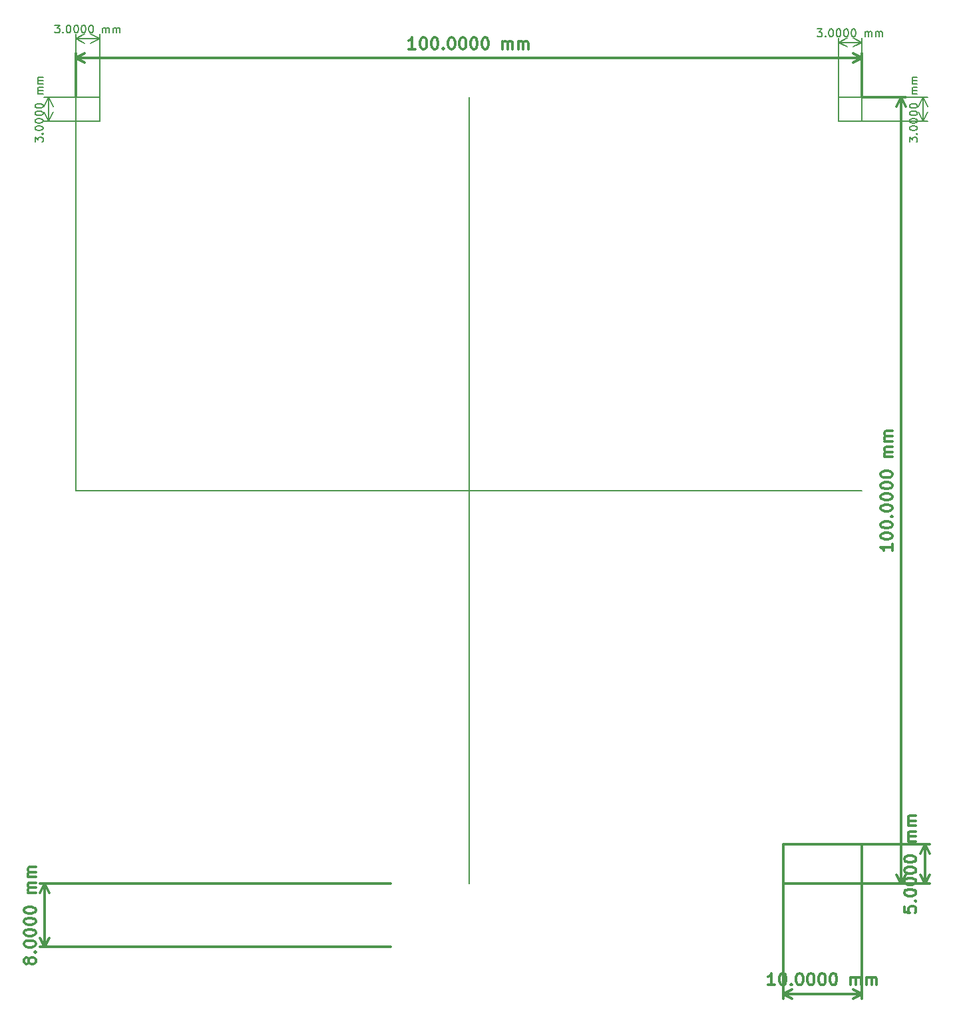
<source format=gbr>
%TF.GenerationSoftware,KiCad,Pcbnew,(6.0.4-0)*%
%TF.CreationDate,2022-09-18T19:18:22-04:00*%
%TF.ProjectId,Z80-6502IO,5a38302d-3635-4303-9249-4f2e6b696361,rev?*%
%TF.SameCoordinates,Original*%
%TF.FileFunction,OtherDrawing,Comment*%
%FSLAX46Y46*%
G04 Gerber Fmt 4.6, Leading zero omitted, Abs format (unit mm)*
G04 Created by KiCad (PCBNEW (6.0.4-0)) date 2022-09-18 19:18:22*
%MOMM*%
%LPD*%
G01*
G04 APERTURE LIST*
%ADD10C,0.150000*%
%ADD11C,0.300000*%
%ADD12C,0.200000*%
G04 APERTURE END LIST*
D10*
X42309523Y-36802380D02*
X42928571Y-36802380D01*
X42595238Y-37183333D01*
X42738095Y-37183333D01*
X42833333Y-37230952D01*
X42880952Y-37278571D01*
X42928571Y-37373809D01*
X42928571Y-37611904D01*
X42880952Y-37707142D01*
X42833333Y-37754761D01*
X42738095Y-37802380D01*
X42452380Y-37802380D01*
X42357142Y-37754761D01*
X42309523Y-37707142D01*
X43357142Y-37707142D02*
X43404761Y-37754761D01*
X43357142Y-37802380D01*
X43309523Y-37754761D01*
X43357142Y-37707142D01*
X43357142Y-37802380D01*
X44023809Y-36802380D02*
X44119047Y-36802380D01*
X44214285Y-36850000D01*
X44261904Y-36897619D01*
X44309523Y-36992857D01*
X44357142Y-37183333D01*
X44357142Y-37421428D01*
X44309523Y-37611904D01*
X44261904Y-37707142D01*
X44214285Y-37754761D01*
X44119047Y-37802380D01*
X44023809Y-37802380D01*
X43928571Y-37754761D01*
X43880952Y-37707142D01*
X43833333Y-37611904D01*
X43785714Y-37421428D01*
X43785714Y-37183333D01*
X43833333Y-36992857D01*
X43880952Y-36897619D01*
X43928571Y-36850000D01*
X44023809Y-36802380D01*
X44976190Y-36802380D02*
X45071428Y-36802380D01*
X45166666Y-36850000D01*
X45214285Y-36897619D01*
X45261904Y-36992857D01*
X45309523Y-37183333D01*
X45309523Y-37421428D01*
X45261904Y-37611904D01*
X45214285Y-37707142D01*
X45166666Y-37754761D01*
X45071428Y-37802380D01*
X44976190Y-37802380D01*
X44880952Y-37754761D01*
X44833333Y-37707142D01*
X44785714Y-37611904D01*
X44738095Y-37421428D01*
X44738095Y-37183333D01*
X44785714Y-36992857D01*
X44833333Y-36897619D01*
X44880952Y-36850000D01*
X44976190Y-36802380D01*
X45928571Y-36802380D02*
X46023809Y-36802380D01*
X46119047Y-36850000D01*
X46166666Y-36897619D01*
X46214285Y-36992857D01*
X46261904Y-37183333D01*
X46261904Y-37421428D01*
X46214285Y-37611904D01*
X46166666Y-37707142D01*
X46119047Y-37754761D01*
X46023809Y-37802380D01*
X45928571Y-37802380D01*
X45833333Y-37754761D01*
X45785714Y-37707142D01*
X45738095Y-37611904D01*
X45690476Y-37421428D01*
X45690476Y-37183333D01*
X45738095Y-36992857D01*
X45785714Y-36897619D01*
X45833333Y-36850000D01*
X45928571Y-36802380D01*
X46880952Y-36802380D02*
X46976190Y-36802380D01*
X47071428Y-36850000D01*
X47119047Y-36897619D01*
X47166666Y-36992857D01*
X47214285Y-37183333D01*
X47214285Y-37421428D01*
X47166666Y-37611904D01*
X47119047Y-37707142D01*
X47071428Y-37754761D01*
X46976190Y-37802380D01*
X46880952Y-37802380D01*
X46785714Y-37754761D01*
X46738095Y-37707142D01*
X46690476Y-37611904D01*
X46642857Y-37421428D01*
X46642857Y-37183333D01*
X46690476Y-36992857D01*
X46738095Y-36897619D01*
X46785714Y-36850000D01*
X46880952Y-36802380D01*
X48404761Y-37802380D02*
X48404761Y-37135714D01*
X48404761Y-37230952D02*
X48452380Y-37183333D01*
X48547619Y-37135714D01*
X48690476Y-37135714D01*
X48785714Y-37183333D01*
X48833333Y-37278571D01*
X48833333Y-37802380D01*
X48833333Y-37278571D02*
X48880952Y-37183333D01*
X48976190Y-37135714D01*
X49119047Y-37135714D01*
X49214285Y-37183333D01*
X49261904Y-37278571D01*
X49261904Y-37802380D01*
X49738095Y-37802380D02*
X49738095Y-37135714D01*
X49738095Y-37230952D02*
X49785714Y-37183333D01*
X49880952Y-37135714D01*
X50023809Y-37135714D01*
X50119047Y-37183333D01*
X50166666Y-37278571D01*
X50166666Y-37802380D01*
X50166666Y-37278571D02*
X50214285Y-37183333D01*
X50309523Y-37135714D01*
X50452380Y-37135714D01*
X50547619Y-37183333D01*
X50595238Y-37278571D01*
X50595238Y-37802380D01*
X45000000Y-49000000D02*
X45000000Y-37913580D01*
X48000000Y-49000000D02*
X48000000Y-37913580D01*
X45000000Y-38500000D02*
X48000000Y-38500000D01*
X45000000Y-38500000D02*
X48000000Y-38500000D01*
X45000000Y-38500000D02*
X46126504Y-39086421D01*
X45000000Y-38500000D02*
X46126504Y-37913579D01*
X48000000Y-38500000D02*
X46873496Y-37913579D01*
X48000000Y-38500000D02*
X46873496Y-39086421D01*
X39802380Y-51690476D02*
X39802380Y-51071428D01*
X40183333Y-51404761D01*
X40183333Y-51261904D01*
X40230952Y-51166666D01*
X40278571Y-51119047D01*
X40373809Y-51071428D01*
X40611904Y-51071428D01*
X40707142Y-51119047D01*
X40754761Y-51166666D01*
X40802380Y-51261904D01*
X40802380Y-51547619D01*
X40754761Y-51642857D01*
X40707142Y-51690476D01*
X40707142Y-50642857D02*
X40754761Y-50595238D01*
X40802380Y-50642857D01*
X40754761Y-50690476D01*
X40707142Y-50642857D01*
X40802380Y-50642857D01*
X39802380Y-49976190D02*
X39802380Y-49880952D01*
X39850000Y-49785714D01*
X39897619Y-49738095D01*
X39992857Y-49690476D01*
X40183333Y-49642857D01*
X40421428Y-49642857D01*
X40611904Y-49690476D01*
X40707142Y-49738095D01*
X40754761Y-49785714D01*
X40802380Y-49880952D01*
X40802380Y-49976190D01*
X40754761Y-50071428D01*
X40707142Y-50119047D01*
X40611904Y-50166666D01*
X40421428Y-50214285D01*
X40183333Y-50214285D01*
X39992857Y-50166666D01*
X39897619Y-50119047D01*
X39850000Y-50071428D01*
X39802380Y-49976190D01*
X39802380Y-49023809D02*
X39802380Y-48928571D01*
X39850000Y-48833333D01*
X39897619Y-48785714D01*
X39992857Y-48738095D01*
X40183333Y-48690476D01*
X40421428Y-48690476D01*
X40611904Y-48738095D01*
X40707142Y-48785714D01*
X40754761Y-48833333D01*
X40802380Y-48928571D01*
X40802380Y-49023809D01*
X40754761Y-49119047D01*
X40707142Y-49166666D01*
X40611904Y-49214285D01*
X40421428Y-49261904D01*
X40183333Y-49261904D01*
X39992857Y-49214285D01*
X39897619Y-49166666D01*
X39850000Y-49119047D01*
X39802380Y-49023809D01*
X39802380Y-48071428D02*
X39802380Y-47976190D01*
X39850000Y-47880952D01*
X39897619Y-47833333D01*
X39992857Y-47785714D01*
X40183333Y-47738095D01*
X40421428Y-47738095D01*
X40611904Y-47785714D01*
X40707142Y-47833333D01*
X40754761Y-47880952D01*
X40802380Y-47976190D01*
X40802380Y-48071428D01*
X40754761Y-48166666D01*
X40707142Y-48214285D01*
X40611904Y-48261904D01*
X40421428Y-48309523D01*
X40183333Y-48309523D01*
X39992857Y-48261904D01*
X39897619Y-48214285D01*
X39850000Y-48166666D01*
X39802380Y-48071428D01*
X39802380Y-47119047D02*
X39802380Y-47023809D01*
X39850000Y-46928571D01*
X39897619Y-46880952D01*
X39992857Y-46833333D01*
X40183333Y-46785714D01*
X40421428Y-46785714D01*
X40611904Y-46833333D01*
X40707142Y-46880952D01*
X40754761Y-46928571D01*
X40802380Y-47023809D01*
X40802380Y-47119047D01*
X40754761Y-47214285D01*
X40707142Y-47261904D01*
X40611904Y-47309523D01*
X40421428Y-47357142D01*
X40183333Y-47357142D01*
X39992857Y-47309523D01*
X39897619Y-47261904D01*
X39850000Y-47214285D01*
X39802380Y-47119047D01*
X40802380Y-45595238D02*
X40135714Y-45595238D01*
X40230952Y-45595238D02*
X40183333Y-45547619D01*
X40135714Y-45452380D01*
X40135714Y-45309523D01*
X40183333Y-45214285D01*
X40278571Y-45166666D01*
X40802380Y-45166666D01*
X40278571Y-45166666D02*
X40183333Y-45119047D01*
X40135714Y-45023809D01*
X40135714Y-44880952D01*
X40183333Y-44785714D01*
X40278571Y-44738095D01*
X40802380Y-44738095D01*
X40802380Y-44261904D02*
X40135714Y-44261904D01*
X40230952Y-44261904D02*
X40183333Y-44214285D01*
X40135714Y-44119047D01*
X40135714Y-43976190D01*
X40183333Y-43880952D01*
X40278571Y-43833333D01*
X40802380Y-43833333D01*
X40278571Y-43833333D02*
X40183333Y-43785714D01*
X40135714Y-43690476D01*
X40135714Y-43547619D01*
X40183333Y-43452380D01*
X40278571Y-43404761D01*
X40802380Y-43404761D01*
X48000000Y-46000000D02*
X40913580Y-46000000D01*
X48000000Y-49000000D02*
X40913580Y-49000000D01*
X41500000Y-46000000D02*
X41500000Y-49000000D01*
X41500000Y-46000000D02*
X41500000Y-49000000D01*
X41500000Y-46000000D02*
X40913579Y-47126504D01*
X41500000Y-46000000D02*
X42086421Y-47126504D01*
X41500000Y-49000000D02*
X42086421Y-47873496D01*
X41500000Y-49000000D02*
X40913579Y-47873496D01*
X151052380Y-51690476D02*
X151052380Y-51071428D01*
X151433333Y-51404761D01*
X151433333Y-51261904D01*
X151480952Y-51166666D01*
X151528571Y-51119047D01*
X151623809Y-51071428D01*
X151861904Y-51071428D01*
X151957142Y-51119047D01*
X152004761Y-51166666D01*
X152052380Y-51261904D01*
X152052380Y-51547619D01*
X152004761Y-51642857D01*
X151957142Y-51690476D01*
X151957142Y-50642857D02*
X152004761Y-50595238D01*
X152052380Y-50642857D01*
X152004761Y-50690476D01*
X151957142Y-50642857D01*
X152052380Y-50642857D01*
X151052380Y-49976190D02*
X151052380Y-49880952D01*
X151100000Y-49785714D01*
X151147619Y-49738095D01*
X151242857Y-49690476D01*
X151433333Y-49642857D01*
X151671428Y-49642857D01*
X151861904Y-49690476D01*
X151957142Y-49738095D01*
X152004761Y-49785714D01*
X152052380Y-49880952D01*
X152052380Y-49976190D01*
X152004761Y-50071428D01*
X151957142Y-50119047D01*
X151861904Y-50166666D01*
X151671428Y-50214285D01*
X151433333Y-50214285D01*
X151242857Y-50166666D01*
X151147619Y-50119047D01*
X151100000Y-50071428D01*
X151052380Y-49976190D01*
X151052380Y-49023809D02*
X151052380Y-48928571D01*
X151100000Y-48833333D01*
X151147619Y-48785714D01*
X151242857Y-48738095D01*
X151433333Y-48690476D01*
X151671428Y-48690476D01*
X151861904Y-48738095D01*
X151957142Y-48785714D01*
X152004761Y-48833333D01*
X152052380Y-48928571D01*
X152052380Y-49023809D01*
X152004761Y-49119047D01*
X151957142Y-49166666D01*
X151861904Y-49214285D01*
X151671428Y-49261904D01*
X151433333Y-49261904D01*
X151242857Y-49214285D01*
X151147619Y-49166666D01*
X151100000Y-49119047D01*
X151052380Y-49023809D01*
X151052380Y-48071428D02*
X151052380Y-47976190D01*
X151100000Y-47880952D01*
X151147619Y-47833333D01*
X151242857Y-47785714D01*
X151433333Y-47738095D01*
X151671428Y-47738095D01*
X151861904Y-47785714D01*
X151957142Y-47833333D01*
X152004761Y-47880952D01*
X152052380Y-47976190D01*
X152052380Y-48071428D01*
X152004761Y-48166666D01*
X151957142Y-48214285D01*
X151861904Y-48261904D01*
X151671428Y-48309523D01*
X151433333Y-48309523D01*
X151242857Y-48261904D01*
X151147619Y-48214285D01*
X151100000Y-48166666D01*
X151052380Y-48071428D01*
X151052380Y-47119047D02*
X151052380Y-47023809D01*
X151100000Y-46928571D01*
X151147619Y-46880952D01*
X151242857Y-46833333D01*
X151433333Y-46785714D01*
X151671428Y-46785714D01*
X151861904Y-46833333D01*
X151957142Y-46880952D01*
X152004761Y-46928571D01*
X152052380Y-47023809D01*
X152052380Y-47119047D01*
X152004761Y-47214285D01*
X151957142Y-47261904D01*
X151861904Y-47309523D01*
X151671428Y-47357142D01*
X151433333Y-47357142D01*
X151242857Y-47309523D01*
X151147619Y-47261904D01*
X151100000Y-47214285D01*
X151052380Y-47119047D01*
X152052380Y-45595238D02*
X151385714Y-45595238D01*
X151480952Y-45595238D02*
X151433333Y-45547619D01*
X151385714Y-45452380D01*
X151385714Y-45309523D01*
X151433333Y-45214285D01*
X151528571Y-45166666D01*
X152052380Y-45166666D01*
X151528571Y-45166666D02*
X151433333Y-45119047D01*
X151385714Y-45023809D01*
X151385714Y-44880952D01*
X151433333Y-44785714D01*
X151528571Y-44738095D01*
X152052380Y-44738095D01*
X152052380Y-44261904D02*
X151385714Y-44261904D01*
X151480952Y-44261904D02*
X151433333Y-44214285D01*
X151385714Y-44119047D01*
X151385714Y-43976190D01*
X151433333Y-43880952D01*
X151528571Y-43833333D01*
X152052380Y-43833333D01*
X151528571Y-43833333D02*
X151433333Y-43785714D01*
X151385714Y-43690476D01*
X151385714Y-43547619D01*
X151433333Y-43452380D01*
X151528571Y-43404761D01*
X152052380Y-43404761D01*
X142000000Y-46000000D02*
X153336420Y-46000000D01*
X142000000Y-49000000D02*
X153336420Y-49000000D01*
X152750000Y-46000000D02*
X152750000Y-49000000D01*
X152750000Y-46000000D02*
X152750000Y-49000000D01*
X152750000Y-46000000D02*
X152163579Y-47126504D01*
X152750000Y-46000000D02*
X153336421Y-47126504D01*
X152750000Y-49000000D02*
X153336421Y-47873496D01*
X152750000Y-49000000D02*
X152163579Y-47873496D01*
X139309523Y-37302380D02*
X139928571Y-37302380D01*
X139595238Y-37683333D01*
X139738095Y-37683333D01*
X139833333Y-37730952D01*
X139880952Y-37778571D01*
X139928571Y-37873809D01*
X139928571Y-38111904D01*
X139880952Y-38207142D01*
X139833333Y-38254761D01*
X139738095Y-38302380D01*
X139452380Y-38302380D01*
X139357142Y-38254761D01*
X139309523Y-38207142D01*
X140357142Y-38207142D02*
X140404761Y-38254761D01*
X140357142Y-38302380D01*
X140309523Y-38254761D01*
X140357142Y-38207142D01*
X140357142Y-38302380D01*
X141023809Y-37302380D02*
X141119047Y-37302380D01*
X141214285Y-37350000D01*
X141261904Y-37397619D01*
X141309523Y-37492857D01*
X141357142Y-37683333D01*
X141357142Y-37921428D01*
X141309523Y-38111904D01*
X141261904Y-38207142D01*
X141214285Y-38254761D01*
X141119047Y-38302380D01*
X141023809Y-38302380D01*
X140928571Y-38254761D01*
X140880952Y-38207142D01*
X140833333Y-38111904D01*
X140785714Y-37921428D01*
X140785714Y-37683333D01*
X140833333Y-37492857D01*
X140880952Y-37397619D01*
X140928571Y-37350000D01*
X141023809Y-37302380D01*
X141976190Y-37302380D02*
X142071428Y-37302380D01*
X142166666Y-37350000D01*
X142214285Y-37397619D01*
X142261904Y-37492857D01*
X142309523Y-37683333D01*
X142309523Y-37921428D01*
X142261904Y-38111904D01*
X142214285Y-38207142D01*
X142166666Y-38254761D01*
X142071428Y-38302380D01*
X141976190Y-38302380D01*
X141880952Y-38254761D01*
X141833333Y-38207142D01*
X141785714Y-38111904D01*
X141738095Y-37921428D01*
X141738095Y-37683333D01*
X141785714Y-37492857D01*
X141833333Y-37397619D01*
X141880952Y-37350000D01*
X141976190Y-37302380D01*
X142928571Y-37302380D02*
X143023809Y-37302380D01*
X143119047Y-37350000D01*
X143166666Y-37397619D01*
X143214285Y-37492857D01*
X143261904Y-37683333D01*
X143261904Y-37921428D01*
X143214285Y-38111904D01*
X143166666Y-38207142D01*
X143119047Y-38254761D01*
X143023809Y-38302380D01*
X142928571Y-38302380D01*
X142833333Y-38254761D01*
X142785714Y-38207142D01*
X142738095Y-38111904D01*
X142690476Y-37921428D01*
X142690476Y-37683333D01*
X142738095Y-37492857D01*
X142785714Y-37397619D01*
X142833333Y-37350000D01*
X142928571Y-37302380D01*
X143880952Y-37302380D02*
X143976190Y-37302380D01*
X144071428Y-37350000D01*
X144119047Y-37397619D01*
X144166666Y-37492857D01*
X144214285Y-37683333D01*
X144214285Y-37921428D01*
X144166666Y-38111904D01*
X144119047Y-38207142D01*
X144071428Y-38254761D01*
X143976190Y-38302380D01*
X143880952Y-38302380D01*
X143785714Y-38254761D01*
X143738095Y-38207142D01*
X143690476Y-38111904D01*
X143642857Y-37921428D01*
X143642857Y-37683333D01*
X143690476Y-37492857D01*
X143738095Y-37397619D01*
X143785714Y-37350000D01*
X143880952Y-37302380D01*
X145404761Y-38302380D02*
X145404761Y-37635714D01*
X145404761Y-37730952D02*
X145452380Y-37683333D01*
X145547619Y-37635714D01*
X145690476Y-37635714D01*
X145785714Y-37683333D01*
X145833333Y-37778571D01*
X145833333Y-38302380D01*
X145833333Y-37778571D02*
X145880952Y-37683333D01*
X145976190Y-37635714D01*
X146119047Y-37635714D01*
X146214285Y-37683333D01*
X146261904Y-37778571D01*
X146261904Y-38302380D01*
X146738095Y-38302380D02*
X146738095Y-37635714D01*
X146738095Y-37730952D02*
X146785714Y-37683333D01*
X146880952Y-37635714D01*
X147023809Y-37635714D01*
X147119047Y-37683333D01*
X147166666Y-37778571D01*
X147166666Y-38302380D01*
X147166666Y-37778571D02*
X147214285Y-37683333D01*
X147309523Y-37635714D01*
X147452380Y-37635714D01*
X147547619Y-37683333D01*
X147595238Y-37778571D01*
X147595238Y-38302380D01*
X145000000Y-49000000D02*
X145000000Y-38413580D01*
X142000000Y-49000000D02*
X142000000Y-38413580D01*
X145000000Y-39000000D02*
X142000000Y-39000000D01*
X145000000Y-39000000D02*
X142000000Y-39000000D01*
X145000000Y-39000000D02*
X143873496Y-38413579D01*
X145000000Y-39000000D02*
X143873496Y-39586421D01*
X142000000Y-39000000D02*
X143126504Y-39586421D01*
X142000000Y-39000000D02*
X143126504Y-38413579D01*
D11*
X39021429Y-155928571D02*
X38950001Y-156071428D01*
X38878572Y-156142857D01*
X38735715Y-156214285D01*
X38664286Y-156214285D01*
X38521429Y-156142857D01*
X38450001Y-156071428D01*
X38378572Y-155928571D01*
X38378572Y-155642857D01*
X38450001Y-155500000D01*
X38521429Y-155428571D01*
X38664286Y-155357142D01*
X38735715Y-155357142D01*
X38878572Y-155428571D01*
X38950001Y-155500000D01*
X39021429Y-155642857D01*
X39021429Y-155928571D01*
X39092858Y-156071428D01*
X39164286Y-156142857D01*
X39307143Y-156214285D01*
X39592858Y-156214285D01*
X39735715Y-156142857D01*
X39807143Y-156071428D01*
X39878572Y-155928571D01*
X39878572Y-155642857D01*
X39807143Y-155500000D01*
X39735715Y-155428571D01*
X39592858Y-155357142D01*
X39307143Y-155357142D01*
X39164286Y-155428571D01*
X39092858Y-155500000D01*
X39021429Y-155642857D01*
X39735715Y-154714285D02*
X39807143Y-154642857D01*
X39878572Y-154714285D01*
X39807143Y-154785714D01*
X39735715Y-154714285D01*
X39878572Y-154714285D01*
X38378572Y-153714285D02*
X38378572Y-153571428D01*
X38450001Y-153428571D01*
X38521429Y-153357142D01*
X38664286Y-153285714D01*
X38950001Y-153214285D01*
X39307143Y-153214285D01*
X39592858Y-153285714D01*
X39735715Y-153357142D01*
X39807143Y-153428571D01*
X39878572Y-153571428D01*
X39878572Y-153714285D01*
X39807143Y-153857142D01*
X39735715Y-153928571D01*
X39592858Y-154000000D01*
X39307143Y-154071428D01*
X38950001Y-154071428D01*
X38664286Y-154000000D01*
X38521429Y-153928571D01*
X38450001Y-153857142D01*
X38378572Y-153714285D01*
X38378572Y-152285714D02*
X38378572Y-152142857D01*
X38450001Y-152000000D01*
X38521429Y-151928571D01*
X38664286Y-151857142D01*
X38950001Y-151785714D01*
X39307143Y-151785714D01*
X39592858Y-151857142D01*
X39735715Y-151928571D01*
X39807143Y-152000000D01*
X39878572Y-152142857D01*
X39878572Y-152285714D01*
X39807143Y-152428571D01*
X39735715Y-152500000D01*
X39592858Y-152571428D01*
X39307143Y-152642857D01*
X38950001Y-152642857D01*
X38664286Y-152571428D01*
X38521429Y-152500000D01*
X38450001Y-152428571D01*
X38378572Y-152285714D01*
X38378572Y-150857142D02*
X38378572Y-150714285D01*
X38450001Y-150571428D01*
X38521429Y-150500000D01*
X38664286Y-150428571D01*
X38950001Y-150357142D01*
X39307143Y-150357142D01*
X39592858Y-150428571D01*
X39735715Y-150500000D01*
X39807143Y-150571428D01*
X39878572Y-150714285D01*
X39878572Y-150857142D01*
X39807143Y-151000000D01*
X39735715Y-151071428D01*
X39592858Y-151142857D01*
X39307143Y-151214285D01*
X38950001Y-151214285D01*
X38664286Y-151142857D01*
X38521429Y-151071428D01*
X38450001Y-151000000D01*
X38378572Y-150857142D01*
X38378572Y-149428571D02*
X38378572Y-149285714D01*
X38450001Y-149142857D01*
X38521429Y-149071428D01*
X38664286Y-149000000D01*
X38950001Y-148928571D01*
X39307143Y-148928571D01*
X39592858Y-149000000D01*
X39735715Y-149071428D01*
X39807143Y-149142857D01*
X39878572Y-149285714D01*
X39878572Y-149428571D01*
X39807143Y-149571428D01*
X39735715Y-149642857D01*
X39592858Y-149714285D01*
X39307143Y-149785714D01*
X38950001Y-149785714D01*
X38664286Y-149714285D01*
X38521429Y-149642857D01*
X38450001Y-149571428D01*
X38378572Y-149428571D01*
X39878572Y-147142857D02*
X38878572Y-147142857D01*
X39021429Y-147142857D02*
X38950001Y-147071428D01*
X38878572Y-146928571D01*
X38878572Y-146714285D01*
X38950001Y-146571428D01*
X39092858Y-146500000D01*
X39878572Y-146500000D01*
X39092858Y-146500000D02*
X38950001Y-146428571D01*
X38878572Y-146285714D01*
X38878572Y-146071428D01*
X38950001Y-145928571D01*
X39092858Y-145857142D01*
X39878572Y-145857142D01*
X39878572Y-145142857D02*
X38878572Y-145142857D01*
X39021429Y-145142857D02*
X38950001Y-145071428D01*
X38878572Y-144928571D01*
X38878572Y-144714285D01*
X38950001Y-144571428D01*
X39092858Y-144500000D01*
X39878572Y-144500000D01*
X39092858Y-144500000D02*
X38950001Y-144428571D01*
X38878572Y-144285714D01*
X38878572Y-144071428D01*
X38950001Y-143928571D01*
X39092858Y-143857142D01*
X39878572Y-143857142D01*
X85000000Y-154000000D02*
X40413581Y-154000000D01*
X85000000Y-146000000D02*
X40413581Y-146000000D01*
X41000001Y-154000000D02*
X41000001Y-146000000D01*
X41000001Y-154000000D02*
X41000001Y-146000000D01*
X41000001Y-154000000D02*
X41586422Y-152873496D01*
X41000001Y-154000000D02*
X40413580Y-152873496D01*
X41000001Y-146000000D02*
X40413580Y-147126504D01*
X41000001Y-146000000D02*
X41586422Y-147126504D01*
D12*
X45000000Y-96000000D02*
X45000000Y-46000000D01*
X95000000Y-46000000D02*
X95000000Y-146000000D01*
X145000000Y-96000000D02*
X45000000Y-96000000D01*
D11*
X133928571Y-158878570D02*
X133071428Y-158878570D01*
X133500000Y-158878570D02*
X133500000Y-157378570D01*
X133357142Y-157592856D01*
X133214285Y-157735713D01*
X133071428Y-157807141D01*
X134857142Y-157378570D02*
X135000000Y-157378570D01*
X135142857Y-157449999D01*
X135214285Y-157521427D01*
X135285714Y-157664284D01*
X135357142Y-157949999D01*
X135357142Y-158307141D01*
X135285714Y-158592856D01*
X135214285Y-158735713D01*
X135142857Y-158807141D01*
X135000000Y-158878570D01*
X134857142Y-158878570D01*
X134714285Y-158807141D01*
X134642857Y-158735713D01*
X134571428Y-158592856D01*
X134500000Y-158307141D01*
X134500000Y-157949999D01*
X134571428Y-157664284D01*
X134642857Y-157521427D01*
X134714285Y-157449999D01*
X134857142Y-157378570D01*
X136000000Y-158735713D02*
X136071428Y-158807141D01*
X136000000Y-158878570D01*
X135928571Y-158807141D01*
X136000000Y-158735713D01*
X136000000Y-158878570D01*
X137000000Y-157378570D02*
X137142857Y-157378570D01*
X137285714Y-157449999D01*
X137357142Y-157521427D01*
X137428571Y-157664284D01*
X137500000Y-157949999D01*
X137500000Y-158307141D01*
X137428571Y-158592856D01*
X137357142Y-158735713D01*
X137285714Y-158807141D01*
X137142857Y-158878570D01*
X137000000Y-158878570D01*
X136857142Y-158807141D01*
X136785714Y-158735713D01*
X136714285Y-158592856D01*
X136642857Y-158307141D01*
X136642857Y-157949999D01*
X136714285Y-157664284D01*
X136785714Y-157521427D01*
X136857142Y-157449999D01*
X137000000Y-157378570D01*
X138428571Y-157378570D02*
X138571428Y-157378570D01*
X138714285Y-157449999D01*
X138785714Y-157521427D01*
X138857142Y-157664284D01*
X138928571Y-157949999D01*
X138928571Y-158307141D01*
X138857142Y-158592856D01*
X138785714Y-158735713D01*
X138714285Y-158807141D01*
X138571428Y-158878570D01*
X138428571Y-158878570D01*
X138285714Y-158807141D01*
X138214285Y-158735713D01*
X138142857Y-158592856D01*
X138071428Y-158307141D01*
X138071428Y-157949999D01*
X138142857Y-157664284D01*
X138214285Y-157521427D01*
X138285714Y-157449999D01*
X138428571Y-157378570D01*
X139857142Y-157378570D02*
X140000000Y-157378570D01*
X140142857Y-157449999D01*
X140214285Y-157521427D01*
X140285714Y-157664284D01*
X140357142Y-157949999D01*
X140357142Y-158307141D01*
X140285714Y-158592856D01*
X140214285Y-158735713D01*
X140142857Y-158807141D01*
X140000000Y-158878570D01*
X139857142Y-158878570D01*
X139714285Y-158807141D01*
X139642857Y-158735713D01*
X139571428Y-158592856D01*
X139500000Y-158307141D01*
X139500000Y-157949999D01*
X139571428Y-157664284D01*
X139642857Y-157521427D01*
X139714285Y-157449999D01*
X139857142Y-157378570D01*
X141285714Y-157378570D02*
X141428571Y-157378570D01*
X141571428Y-157449999D01*
X141642857Y-157521427D01*
X141714285Y-157664284D01*
X141785714Y-157949999D01*
X141785714Y-158307141D01*
X141714285Y-158592856D01*
X141642857Y-158735713D01*
X141571428Y-158807141D01*
X141428571Y-158878570D01*
X141285714Y-158878570D01*
X141142857Y-158807141D01*
X141071428Y-158735713D01*
X141000000Y-158592856D01*
X140928571Y-158307141D01*
X140928571Y-157949999D01*
X141000000Y-157664284D01*
X141071428Y-157521427D01*
X141142857Y-157449999D01*
X141285714Y-157378570D01*
X143571428Y-158878570D02*
X143571428Y-157878570D01*
X143571428Y-158021427D02*
X143642857Y-157949999D01*
X143785714Y-157878570D01*
X144000000Y-157878570D01*
X144142857Y-157949999D01*
X144214285Y-158092856D01*
X144214285Y-158878570D01*
X144214285Y-158092856D02*
X144285714Y-157949999D01*
X144428571Y-157878570D01*
X144642857Y-157878570D01*
X144785714Y-157949999D01*
X144857142Y-158092856D01*
X144857142Y-158878570D01*
X145571428Y-158878570D02*
X145571428Y-157878570D01*
X145571428Y-158021427D02*
X145642857Y-157949999D01*
X145785714Y-157878570D01*
X146000000Y-157878570D01*
X146142857Y-157949999D01*
X146214285Y-158092856D01*
X146214285Y-158878570D01*
X146214285Y-158092856D02*
X146285714Y-157949999D01*
X146428571Y-157878570D01*
X146642857Y-157878570D01*
X146785714Y-157949999D01*
X146857142Y-158092856D01*
X146857142Y-158878570D01*
X145000000Y-141000000D02*
X145000000Y-160586419D01*
X135000000Y-141000000D02*
X135000000Y-160586419D01*
X145000000Y-159999999D02*
X135000000Y-159999999D01*
X145000000Y-159999999D02*
X135000000Y-159999999D01*
X145000000Y-159999999D02*
X143873496Y-159413578D01*
X145000000Y-159999999D02*
X143873496Y-160586420D01*
X135000000Y-159999999D02*
X136126504Y-160586420D01*
X135000000Y-159999999D02*
X136126504Y-159413578D01*
X148878571Y-102785714D02*
X148878571Y-103642857D01*
X148878571Y-103214285D02*
X147378571Y-103214285D01*
X147592857Y-103357142D01*
X147735714Y-103500000D01*
X147807142Y-103642857D01*
X147378571Y-101857142D02*
X147378571Y-101714285D01*
X147450000Y-101571428D01*
X147521428Y-101500000D01*
X147664285Y-101428571D01*
X147950000Y-101357142D01*
X148307142Y-101357142D01*
X148592857Y-101428571D01*
X148735714Y-101500000D01*
X148807142Y-101571428D01*
X148878571Y-101714285D01*
X148878571Y-101857142D01*
X148807142Y-102000000D01*
X148735714Y-102071428D01*
X148592857Y-102142857D01*
X148307142Y-102214285D01*
X147950000Y-102214285D01*
X147664285Y-102142857D01*
X147521428Y-102071428D01*
X147450000Y-102000000D01*
X147378571Y-101857142D01*
X147378571Y-100428571D02*
X147378571Y-100285714D01*
X147450000Y-100142857D01*
X147521428Y-100071428D01*
X147664285Y-100000000D01*
X147950000Y-99928571D01*
X148307142Y-99928571D01*
X148592857Y-100000000D01*
X148735714Y-100071428D01*
X148807142Y-100142857D01*
X148878571Y-100285714D01*
X148878571Y-100428571D01*
X148807142Y-100571428D01*
X148735714Y-100642857D01*
X148592857Y-100714285D01*
X148307142Y-100785714D01*
X147950000Y-100785714D01*
X147664285Y-100714285D01*
X147521428Y-100642857D01*
X147450000Y-100571428D01*
X147378571Y-100428571D01*
X148735714Y-99285714D02*
X148807142Y-99214285D01*
X148878571Y-99285714D01*
X148807142Y-99357142D01*
X148735714Y-99285714D01*
X148878571Y-99285714D01*
X147378571Y-98285714D02*
X147378571Y-98142857D01*
X147450000Y-98000000D01*
X147521428Y-97928571D01*
X147664285Y-97857142D01*
X147950000Y-97785714D01*
X148307142Y-97785714D01*
X148592857Y-97857142D01*
X148735714Y-97928571D01*
X148807142Y-98000000D01*
X148878571Y-98142857D01*
X148878571Y-98285714D01*
X148807142Y-98428571D01*
X148735714Y-98500000D01*
X148592857Y-98571428D01*
X148307142Y-98642857D01*
X147950000Y-98642857D01*
X147664285Y-98571428D01*
X147521428Y-98500000D01*
X147450000Y-98428571D01*
X147378571Y-98285714D01*
X147378571Y-96857142D02*
X147378571Y-96714285D01*
X147450000Y-96571428D01*
X147521428Y-96500000D01*
X147664285Y-96428571D01*
X147950000Y-96357142D01*
X148307142Y-96357142D01*
X148592857Y-96428571D01*
X148735714Y-96500000D01*
X148807142Y-96571428D01*
X148878571Y-96714285D01*
X148878571Y-96857142D01*
X148807142Y-97000000D01*
X148735714Y-97071428D01*
X148592857Y-97142857D01*
X148307142Y-97214285D01*
X147950000Y-97214285D01*
X147664285Y-97142857D01*
X147521428Y-97071428D01*
X147450000Y-97000000D01*
X147378571Y-96857142D01*
X147378571Y-95428571D02*
X147378571Y-95285714D01*
X147450000Y-95142857D01*
X147521428Y-95071428D01*
X147664285Y-95000000D01*
X147950000Y-94928571D01*
X148307142Y-94928571D01*
X148592857Y-95000000D01*
X148735714Y-95071428D01*
X148807142Y-95142857D01*
X148878571Y-95285714D01*
X148878571Y-95428571D01*
X148807142Y-95571428D01*
X148735714Y-95642857D01*
X148592857Y-95714285D01*
X148307142Y-95785714D01*
X147950000Y-95785714D01*
X147664285Y-95714285D01*
X147521428Y-95642857D01*
X147450000Y-95571428D01*
X147378571Y-95428571D01*
X147378571Y-94000000D02*
X147378571Y-93857142D01*
X147450000Y-93714285D01*
X147521428Y-93642857D01*
X147664285Y-93571428D01*
X147950000Y-93500000D01*
X148307142Y-93500000D01*
X148592857Y-93571428D01*
X148735714Y-93642857D01*
X148807142Y-93714285D01*
X148878571Y-93857142D01*
X148878571Y-94000000D01*
X148807142Y-94142857D01*
X148735714Y-94214285D01*
X148592857Y-94285714D01*
X148307142Y-94357142D01*
X147950000Y-94357142D01*
X147664285Y-94285714D01*
X147521428Y-94214285D01*
X147450000Y-94142857D01*
X147378571Y-94000000D01*
X148878571Y-91714285D02*
X147878571Y-91714285D01*
X148021428Y-91714285D02*
X147950000Y-91642857D01*
X147878571Y-91500000D01*
X147878571Y-91285714D01*
X147950000Y-91142857D01*
X148092857Y-91071428D01*
X148878571Y-91071428D01*
X148092857Y-91071428D02*
X147950000Y-91000000D01*
X147878571Y-90857142D01*
X147878571Y-90642857D01*
X147950000Y-90500000D01*
X148092857Y-90428571D01*
X148878571Y-90428571D01*
X148878571Y-89714285D02*
X147878571Y-89714285D01*
X148021428Y-89714285D02*
X147950000Y-89642857D01*
X147878571Y-89500000D01*
X147878571Y-89285714D01*
X147950000Y-89142857D01*
X148092857Y-89071428D01*
X148878571Y-89071428D01*
X148092857Y-89071428D02*
X147950000Y-89000000D01*
X147878571Y-88857142D01*
X147878571Y-88642857D01*
X147950000Y-88500000D01*
X148092857Y-88428571D01*
X148878571Y-88428571D01*
X145000000Y-146000000D02*
X150586420Y-146000000D01*
X145000000Y-46000000D02*
X150586420Y-46000000D01*
X150000000Y-146000000D02*
X150000000Y-46000000D01*
X150000000Y-146000000D02*
X150000000Y-46000000D01*
X150000000Y-146000000D02*
X150586421Y-144873496D01*
X150000000Y-146000000D02*
X149413579Y-144873496D01*
X150000000Y-46000000D02*
X149413579Y-47126504D01*
X150000000Y-46000000D02*
X150586421Y-47126504D01*
X88214285Y-39878571D02*
X87357142Y-39878571D01*
X87785714Y-39878571D02*
X87785714Y-38378571D01*
X87642857Y-38592857D01*
X87500000Y-38735714D01*
X87357142Y-38807142D01*
X89142857Y-38378571D02*
X89285714Y-38378571D01*
X89428571Y-38450000D01*
X89500000Y-38521428D01*
X89571428Y-38664285D01*
X89642857Y-38950000D01*
X89642857Y-39307142D01*
X89571428Y-39592857D01*
X89500000Y-39735714D01*
X89428571Y-39807142D01*
X89285714Y-39878571D01*
X89142857Y-39878571D01*
X89000000Y-39807142D01*
X88928571Y-39735714D01*
X88857142Y-39592857D01*
X88785714Y-39307142D01*
X88785714Y-38950000D01*
X88857142Y-38664285D01*
X88928571Y-38521428D01*
X89000000Y-38450000D01*
X89142857Y-38378571D01*
X90571428Y-38378571D02*
X90714285Y-38378571D01*
X90857142Y-38450000D01*
X90928571Y-38521428D01*
X91000000Y-38664285D01*
X91071428Y-38950000D01*
X91071428Y-39307142D01*
X91000000Y-39592857D01*
X90928571Y-39735714D01*
X90857142Y-39807142D01*
X90714285Y-39878571D01*
X90571428Y-39878571D01*
X90428571Y-39807142D01*
X90357142Y-39735714D01*
X90285714Y-39592857D01*
X90214285Y-39307142D01*
X90214285Y-38950000D01*
X90285714Y-38664285D01*
X90357142Y-38521428D01*
X90428571Y-38450000D01*
X90571428Y-38378571D01*
X91714285Y-39735714D02*
X91785714Y-39807142D01*
X91714285Y-39878571D01*
X91642857Y-39807142D01*
X91714285Y-39735714D01*
X91714285Y-39878571D01*
X92714285Y-38378571D02*
X92857142Y-38378571D01*
X93000000Y-38450000D01*
X93071428Y-38521428D01*
X93142857Y-38664285D01*
X93214285Y-38950000D01*
X93214285Y-39307142D01*
X93142857Y-39592857D01*
X93071428Y-39735714D01*
X93000000Y-39807142D01*
X92857142Y-39878571D01*
X92714285Y-39878571D01*
X92571428Y-39807142D01*
X92500000Y-39735714D01*
X92428571Y-39592857D01*
X92357142Y-39307142D01*
X92357142Y-38950000D01*
X92428571Y-38664285D01*
X92500000Y-38521428D01*
X92571428Y-38450000D01*
X92714285Y-38378571D01*
X94142857Y-38378571D02*
X94285714Y-38378571D01*
X94428571Y-38450000D01*
X94500000Y-38521428D01*
X94571428Y-38664285D01*
X94642857Y-38950000D01*
X94642857Y-39307142D01*
X94571428Y-39592857D01*
X94500000Y-39735714D01*
X94428571Y-39807142D01*
X94285714Y-39878571D01*
X94142857Y-39878571D01*
X94000000Y-39807142D01*
X93928571Y-39735714D01*
X93857142Y-39592857D01*
X93785714Y-39307142D01*
X93785714Y-38950000D01*
X93857142Y-38664285D01*
X93928571Y-38521428D01*
X94000000Y-38450000D01*
X94142857Y-38378571D01*
X95571428Y-38378571D02*
X95714285Y-38378571D01*
X95857142Y-38450000D01*
X95928571Y-38521428D01*
X96000000Y-38664285D01*
X96071428Y-38950000D01*
X96071428Y-39307142D01*
X96000000Y-39592857D01*
X95928571Y-39735714D01*
X95857142Y-39807142D01*
X95714285Y-39878571D01*
X95571428Y-39878571D01*
X95428571Y-39807142D01*
X95357142Y-39735714D01*
X95285714Y-39592857D01*
X95214285Y-39307142D01*
X95214285Y-38950000D01*
X95285714Y-38664285D01*
X95357142Y-38521428D01*
X95428571Y-38450000D01*
X95571428Y-38378571D01*
X97000000Y-38378571D02*
X97142857Y-38378571D01*
X97285714Y-38450000D01*
X97357142Y-38521428D01*
X97428571Y-38664285D01*
X97500000Y-38950000D01*
X97500000Y-39307142D01*
X97428571Y-39592857D01*
X97357142Y-39735714D01*
X97285714Y-39807142D01*
X97142857Y-39878571D01*
X97000000Y-39878571D01*
X96857142Y-39807142D01*
X96785714Y-39735714D01*
X96714285Y-39592857D01*
X96642857Y-39307142D01*
X96642857Y-38950000D01*
X96714285Y-38664285D01*
X96785714Y-38521428D01*
X96857142Y-38450000D01*
X97000000Y-38378571D01*
X99285714Y-39878571D02*
X99285714Y-38878571D01*
X99285714Y-39021428D02*
X99357142Y-38950000D01*
X99500000Y-38878571D01*
X99714285Y-38878571D01*
X99857142Y-38950000D01*
X99928571Y-39092857D01*
X99928571Y-39878571D01*
X99928571Y-39092857D02*
X100000000Y-38950000D01*
X100142857Y-38878571D01*
X100357142Y-38878571D01*
X100500000Y-38950000D01*
X100571428Y-39092857D01*
X100571428Y-39878571D01*
X101285714Y-39878571D02*
X101285714Y-38878571D01*
X101285714Y-39021428D02*
X101357142Y-38950000D01*
X101500000Y-38878571D01*
X101714285Y-38878571D01*
X101857142Y-38950000D01*
X101928571Y-39092857D01*
X101928571Y-39878571D01*
X101928571Y-39092857D02*
X102000000Y-38950000D01*
X102142857Y-38878571D01*
X102357142Y-38878571D01*
X102500000Y-38950000D01*
X102571428Y-39092857D01*
X102571428Y-39878571D01*
X45000000Y-46000000D02*
X45000000Y-40413580D01*
X145000000Y-46000000D02*
X145000000Y-40413580D01*
X45000000Y-41000000D02*
X145000000Y-41000000D01*
X45000000Y-41000000D02*
X145000000Y-41000000D01*
X45000000Y-41000000D02*
X46126504Y-41586421D01*
X45000000Y-41000000D02*
X46126504Y-40413579D01*
X145000000Y-41000000D02*
X143873496Y-40413579D01*
X145000000Y-41000000D02*
X143873496Y-41586421D01*
X150378570Y-148928571D02*
X150378570Y-149642857D01*
X151092856Y-149714285D01*
X151021427Y-149642857D01*
X150949999Y-149500000D01*
X150949999Y-149142857D01*
X151021427Y-149000000D01*
X151092856Y-148928571D01*
X151235713Y-148857142D01*
X151592856Y-148857142D01*
X151735713Y-148928571D01*
X151807141Y-149000000D01*
X151878570Y-149142857D01*
X151878570Y-149500000D01*
X151807141Y-149642857D01*
X151735713Y-149714285D01*
X151735713Y-148214285D02*
X151807141Y-148142857D01*
X151878570Y-148214285D01*
X151807141Y-148285714D01*
X151735713Y-148214285D01*
X151878570Y-148214285D01*
X150378570Y-147214285D02*
X150378570Y-147071428D01*
X150449999Y-146928571D01*
X150521427Y-146857142D01*
X150664284Y-146785714D01*
X150949999Y-146714285D01*
X151307141Y-146714285D01*
X151592856Y-146785714D01*
X151735713Y-146857142D01*
X151807141Y-146928571D01*
X151878570Y-147071428D01*
X151878570Y-147214285D01*
X151807141Y-147357142D01*
X151735713Y-147428571D01*
X151592856Y-147500000D01*
X151307141Y-147571428D01*
X150949999Y-147571428D01*
X150664284Y-147500000D01*
X150521427Y-147428571D01*
X150449999Y-147357142D01*
X150378570Y-147214285D01*
X150378570Y-145785714D02*
X150378570Y-145642857D01*
X150449999Y-145500000D01*
X150521427Y-145428571D01*
X150664284Y-145357142D01*
X150949999Y-145285714D01*
X151307141Y-145285714D01*
X151592856Y-145357142D01*
X151735713Y-145428571D01*
X151807141Y-145500000D01*
X151878570Y-145642857D01*
X151878570Y-145785714D01*
X151807141Y-145928571D01*
X151735713Y-146000000D01*
X151592856Y-146071428D01*
X151307141Y-146142857D01*
X150949999Y-146142857D01*
X150664284Y-146071428D01*
X150521427Y-146000000D01*
X150449999Y-145928571D01*
X150378570Y-145785714D01*
X150378570Y-144357142D02*
X150378570Y-144214285D01*
X150449999Y-144071428D01*
X150521427Y-144000000D01*
X150664284Y-143928571D01*
X150949999Y-143857142D01*
X151307141Y-143857142D01*
X151592856Y-143928571D01*
X151735713Y-144000000D01*
X151807141Y-144071428D01*
X151878570Y-144214285D01*
X151878570Y-144357142D01*
X151807141Y-144500000D01*
X151735713Y-144571428D01*
X151592856Y-144642857D01*
X151307141Y-144714285D01*
X150949999Y-144714285D01*
X150664284Y-144642857D01*
X150521427Y-144571428D01*
X150449999Y-144500000D01*
X150378570Y-144357142D01*
X150378570Y-142928571D02*
X150378570Y-142785714D01*
X150449999Y-142642857D01*
X150521427Y-142571428D01*
X150664284Y-142500000D01*
X150949999Y-142428571D01*
X151307141Y-142428571D01*
X151592856Y-142500000D01*
X151735713Y-142571428D01*
X151807141Y-142642857D01*
X151878570Y-142785714D01*
X151878570Y-142928571D01*
X151807141Y-143071428D01*
X151735713Y-143142857D01*
X151592856Y-143214285D01*
X151307141Y-143285714D01*
X150949999Y-143285714D01*
X150664284Y-143214285D01*
X150521427Y-143142857D01*
X150449999Y-143071428D01*
X150378570Y-142928571D01*
X151878570Y-140642857D02*
X150878570Y-140642857D01*
X151021427Y-140642857D02*
X150949999Y-140571428D01*
X150878570Y-140428571D01*
X150878570Y-140214285D01*
X150949999Y-140071428D01*
X151092856Y-140000000D01*
X151878570Y-140000000D01*
X151092856Y-140000000D02*
X150949999Y-139928571D01*
X150878570Y-139785714D01*
X150878570Y-139571428D01*
X150949999Y-139428571D01*
X151092856Y-139357142D01*
X151878570Y-139357142D01*
X151878570Y-138642857D02*
X150878570Y-138642857D01*
X151021427Y-138642857D02*
X150949999Y-138571428D01*
X150878570Y-138428571D01*
X150878570Y-138214285D01*
X150949999Y-138071428D01*
X151092856Y-138000000D01*
X151878570Y-138000000D01*
X151092856Y-138000000D02*
X150949999Y-137928571D01*
X150878570Y-137785714D01*
X150878570Y-137571428D01*
X150949999Y-137428571D01*
X151092856Y-137357142D01*
X151878570Y-137357142D01*
X135000000Y-146000000D02*
X153586419Y-146000000D01*
X135000000Y-141000000D02*
X153586419Y-141000000D01*
X152999999Y-146000000D02*
X152999999Y-141000000D01*
X152999999Y-146000000D02*
X152999999Y-141000000D01*
X152999999Y-146000000D02*
X153586420Y-144873496D01*
X152999999Y-146000000D02*
X152413578Y-144873496D01*
X152999999Y-141000000D02*
X152413578Y-142126504D01*
X152999999Y-141000000D02*
X153586420Y-142126504D01*
M02*

</source>
